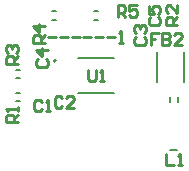
<source format=gto>
G04*
G04 #@! TF.GenerationSoftware,Altium Limited,Altium Designer,22.9.1 (49)*
G04*
G04 Layer_Color=65535*
%FSLAX25Y25*%
%MOIN*%
G70*
G04*
G04 #@! TF.SameCoordinates,15CD16B4-1F33-4ED9-8E61-9E20C37C55A6*
G04*
G04*
G04 #@! TF.FilePolarity,Positive*
G04*
G01*
G75*
%ADD10C,0.00787*%
%ADD11C,0.00500*%
%ADD12C,0.01000*%
D10*
X473614Y329921D02*
G03*
X473614Y329921I-394J0D01*
G01*
X460213Y324228D02*
X461787D01*
X460213Y326984D02*
X461787D01*
X460213Y316386D02*
X461787D01*
X460213Y319142D02*
X461787D01*
X516229Y322967D02*
Y332834D01*
X507371Y322967D02*
Y332834D01*
X511622Y316213D02*
Y317787D01*
X514378Y316213D02*
Y317787D01*
X511819Y300095D02*
X514181D01*
X472213Y343622D02*
X473787D01*
X472213Y346378D02*
X473787D01*
X486260D02*
X487835D01*
X486260Y343622D02*
X487835D01*
D11*
X481095Y319094D02*
X492906D01*
X481095Y330906D02*
X492906D01*
D12*
X471039Y337861D02*
X473663D01*
X474974D02*
X477598D01*
X478910D02*
X481534D01*
X482846D02*
X485470D01*
X486782D02*
X489405D01*
X490717D02*
X493341D01*
X494653Y335893D02*
X495965D01*
X495309D01*
Y339829D01*
X494653Y339173D01*
X505188Y344344D02*
X504532Y343688D01*
Y342376D01*
X505188Y341720D01*
X507812D01*
X508468Y342376D01*
Y343688D01*
X507812Y344344D01*
X504532Y348280D02*
Y345656D01*
X506500D01*
X505844Y346968D01*
Y347624D01*
X506500Y348280D01*
X507812D01*
X508468Y347624D01*
Y346312D01*
X507812Y345656D01*
X484376Y326968D02*
Y323688D01*
X485032Y323032D01*
X486344D01*
X487000Y323688D01*
Y326968D01*
X488312Y323032D02*
X489624D01*
X488968D01*
Y326968D01*
X488312Y326312D01*
X494220Y344432D02*
Y348368D01*
X496188D01*
X496844Y347712D01*
Y346400D01*
X496188Y345744D01*
X494220D01*
X495532D02*
X496844Y344432D01*
X500780Y348368D02*
X498156D01*
Y346400D01*
X499468Y347056D01*
X500124D01*
X500780Y346400D01*
Y345088D01*
X500124Y344432D01*
X498812D01*
X498156Y345088D01*
X469968Y335720D02*
X466032D01*
Y337688D01*
X466688Y338344D01*
X468000D01*
X468656Y337688D01*
Y335720D01*
Y337032D02*
X469968Y338344D01*
Y341624D02*
X466032D01*
X468000Y339656D01*
Y342280D01*
X460968Y328720D02*
X457032D01*
Y330688D01*
X457688Y331344D01*
X459000D01*
X459656Y330688D01*
Y328720D01*
Y330032D02*
X460968Y331344D01*
X457688Y332656D02*
X457032Y333312D01*
Y334624D01*
X457688Y335280D01*
X458344D01*
X459000Y334624D01*
Y333968D01*
Y334624D01*
X459656Y335280D01*
X460312D01*
X460968Y334624D01*
Y333312D01*
X460312Y332656D01*
X514168Y341920D02*
X510232D01*
Y343888D01*
X510888Y344544D01*
X512200D01*
X512856Y343888D01*
Y341920D01*
Y343232D02*
X514168Y344544D01*
Y348480D02*
Y345856D01*
X511544Y348480D01*
X510888D01*
X510232Y347824D01*
Y346512D01*
X510888Y345856D01*
X460968Y309376D02*
X457032D01*
Y311344D01*
X457688Y312000D01*
X459000D01*
X459656Y311344D01*
Y309376D01*
Y310688D02*
X460968Y312000D01*
Y313312D02*
Y314624D01*
Y313968D01*
X457032D01*
X457688Y313312D01*
X510376Y298968D02*
Y295032D01*
X513000D01*
X514312D02*
X515624D01*
X514968D01*
Y298968D01*
X514312Y298312D01*
X507876Y339168D02*
X505252D01*
Y337200D01*
X506564D01*
X505252D01*
Y335232D01*
X509188Y339168D02*
Y335232D01*
X511156D01*
X511812Y335888D01*
Y336544D01*
X511156Y337200D01*
X509188D01*
X511156D01*
X511812Y337856D01*
Y338512D01*
X511156Y339168D01*
X509188D01*
X515748Y335232D02*
X513124D01*
X515748Y337856D01*
Y338512D01*
X515092Y339168D01*
X513780D01*
X513124Y338512D01*
X467688Y330344D02*
X467032Y329688D01*
Y328376D01*
X467688Y327720D01*
X470312D01*
X470968Y328376D01*
Y329688D01*
X470312Y330344D01*
X470968Y333624D02*
X467032D01*
X469000Y331656D01*
Y334280D01*
X500288Y337844D02*
X499632Y337188D01*
Y335876D01*
X500288Y335220D01*
X502912D01*
X503568Y335876D01*
Y337188D01*
X502912Y337844D01*
X500288Y339156D02*
X499632Y339812D01*
Y341124D01*
X500288Y341780D01*
X500944D01*
X501600Y341124D01*
Y340468D01*
Y341124D01*
X502256Y341780D01*
X502912D01*
X503568Y341124D01*
Y339812D01*
X502912Y339156D01*
X475844Y317512D02*
X475188Y318168D01*
X473876D01*
X473220Y317512D01*
Y314888D01*
X473876Y314232D01*
X475188D01*
X475844Y314888D01*
X479780Y314232D02*
X477156D01*
X479780Y316856D01*
Y317512D01*
X479124Y318168D01*
X477812D01*
X477156Y317512D01*
X469000Y316312D02*
X468344Y316968D01*
X467032D01*
X466376Y316312D01*
Y313688D01*
X467032Y313032D01*
X468344D01*
X469000Y313688D01*
X470312Y313032D02*
X471624D01*
X470968D01*
Y316968D01*
X470312Y316312D01*
M02*

</source>
